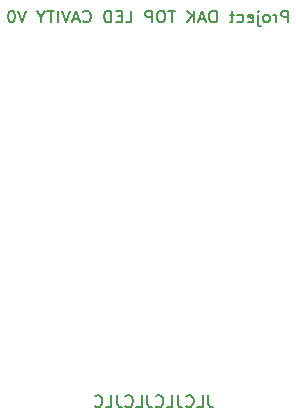
<source format=gbr>
%TF.GenerationSoftware,KiCad,Pcbnew,(5.1.6)-1*%
%TF.CreationDate,2025-07-06T20:35:27+05:30*%
%TF.ProjectId,Project_OAK_TOP_LED_CAVITY_V0,50726f6a-6563-4745-9f4f-414b5f544f50,A*%
%TF.SameCoordinates,Original*%
%TF.FileFunction,Legend,Bot*%
%TF.FilePolarity,Positive*%
%FSLAX46Y46*%
G04 Gerber Fmt 4.6, Leading zero omitted, Abs format (unit mm)*
G04 Created by KiCad (PCBNEW (5.1.6)-1) date 2025-07-06 20:35:27*
%MOMM*%
%LPD*%
G01*
G04 APERTURE LIST*
%ADD10C,0.150000*%
%ADD11C,0.160000*%
G04 APERTURE END LIST*
D10*
X75142147Y-110132880D02*
X75142147Y-110847166D01*
X75189766Y-110990023D01*
X75285004Y-111085261D01*
X75427861Y-111132880D01*
X75523100Y-111132880D01*
X74189766Y-111132880D02*
X74665957Y-111132880D01*
X74665957Y-110132880D01*
X73285004Y-111037642D02*
X73332623Y-111085261D01*
X73475480Y-111132880D01*
X73570719Y-111132880D01*
X73713576Y-111085261D01*
X73808814Y-110990023D01*
X73856433Y-110894785D01*
X73904052Y-110704309D01*
X73904052Y-110561452D01*
X73856433Y-110370976D01*
X73808814Y-110275738D01*
X73713576Y-110180500D01*
X73570719Y-110132880D01*
X73475480Y-110132880D01*
X73332623Y-110180500D01*
X73285004Y-110228119D01*
X72570719Y-110132880D02*
X72570719Y-110847166D01*
X72618338Y-110990023D01*
X72713576Y-111085261D01*
X72856433Y-111132880D01*
X72951671Y-111132880D01*
X71618338Y-111132880D02*
X72094528Y-111132880D01*
X72094528Y-110132880D01*
X70713576Y-111037642D02*
X70761195Y-111085261D01*
X70904052Y-111132880D01*
X70999290Y-111132880D01*
X71142147Y-111085261D01*
X71237385Y-110990023D01*
X71285004Y-110894785D01*
X71332623Y-110704309D01*
X71332623Y-110561452D01*
X71285004Y-110370976D01*
X71237385Y-110275738D01*
X71142147Y-110180500D01*
X70999290Y-110132880D01*
X70904052Y-110132880D01*
X70761195Y-110180500D01*
X70713576Y-110228119D01*
X69999290Y-110132880D02*
X69999290Y-110847166D01*
X70046909Y-110990023D01*
X70142147Y-111085261D01*
X70285004Y-111132880D01*
X70380242Y-111132880D01*
X69046909Y-111132880D02*
X69523100Y-111132880D01*
X69523100Y-110132880D01*
X68142147Y-111037642D02*
X68189766Y-111085261D01*
X68332623Y-111132880D01*
X68427861Y-111132880D01*
X68570719Y-111085261D01*
X68665957Y-110990023D01*
X68713576Y-110894785D01*
X68761195Y-110704309D01*
X68761195Y-110561452D01*
X68713576Y-110370976D01*
X68665957Y-110275738D01*
X68570719Y-110180500D01*
X68427861Y-110132880D01*
X68332623Y-110132880D01*
X68189766Y-110180500D01*
X68142147Y-110228119D01*
X67427861Y-110132880D02*
X67427861Y-110847166D01*
X67475480Y-110990023D01*
X67570719Y-111085261D01*
X67713576Y-111132880D01*
X67808814Y-111132880D01*
X66475480Y-111132880D02*
X66951671Y-111132880D01*
X66951671Y-110132880D01*
X65570719Y-111037642D02*
X65618338Y-111085261D01*
X65761195Y-111132880D01*
X65856433Y-111132880D01*
X65999290Y-111085261D01*
X66094528Y-110990023D01*
X66142147Y-110894785D01*
X66189766Y-110704309D01*
X66189766Y-110561452D01*
X66142147Y-110370976D01*
X66094528Y-110275738D01*
X65999290Y-110180500D01*
X65856433Y-110132880D01*
X65761195Y-110132880D01*
X65618338Y-110180500D01*
X65570719Y-110228119D01*
D11*
X81911933Y-78557380D02*
X81911933Y-77557380D01*
X81530980Y-77557380D01*
X81435742Y-77605000D01*
X81388123Y-77652619D01*
X81340504Y-77747857D01*
X81340504Y-77890714D01*
X81388123Y-77985952D01*
X81435742Y-78033571D01*
X81530980Y-78081190D01*
X81911933Y-78081190D01*
X80911933Y-78557380D02*
X80911933Y-77890714D01*
X80911933Y-78081190D02*
X80864314Y-77985952D01*
X80816695Y-77938333D01*
X80721457Y-77890714D01*
X80626219Y-77890714D01*
X80150028Y-78557380D02*
X80245266Y-78509761D01*
X80292885Y-78462142D01*
X80340504Y-78366904D01*
X80340504Y-78081190D01*
X80292885Y-77985952D01*
X80245266Y-77938333D01*
X80150028Y-77890714D01*
X80007171Y-77890714D01*
X79911933Y-77938333D01*
X79864314Y-77985952D01*
X79816695Y-78081190D01*
X79816695Y-78366904D01*
X79864314Y-78462142D01*
X79911933Y-78509761D01*
X80007171Y-78557380D01*
X80150028Y-78557380D01*
X79388123Y-77890714D02*
X79388123Y-78747857D01*
X79435742Y-78843095D01*
X79530980Y-78890714D01*
X79578600Y-78890714D01*
X79388123Y-77557380D02*
X79435742Y-77605000D01*
X79388123Y-77652619D01*
X79340504Y-77605000D01*
X79388123Y-77557380D01*
X79388123Y-77652619D01*
X78530980Y-78509761D02*
X78626219Y-78557380D01*
X78816695Y-78557380D01*
X78911933Y-78509761D01*
X78959552Y-78414523D01*
X78959552Y-78033571D01*
X78911933Y-77938333D01*
X78816695Y-77890714D01*
X78626219Y-77890714D01*
X78530980Y-77938333D01*
X78483361Y-78033571D01*
X78483361Y-78128809D01*
X78959552Y-78224047D01*
X77626219Y-78509761D02*
X77721457Y-78557380D01*
X77911933Y-78557380D01*
X78007171Y-78509761D01*
X78054790Y-78462142D01*
X78102409Y-78366904D01*
X78102409Y-78081190D01*
X78054790Y-77985952D01*
X78007171Y-77938333D01*
X77911933Y-77890714D01*
X77721457Y-77890714D01*
X77626219Y-77938333D01*
X77340504Y-77890714D02*
X76959552Y-77890714D01*
X77197647Y-77557380D02*
X77197647Y-78414523D01*
X77150028Y-78509761D01*
X77054790Y-78557380D01*
X76959552Y-78557380D01*
X75673838Y-77557380D02*
X75483361Y-77557380D01*
X75388123Y-77605000D01*
X75292885Y-77700238D01*
X75245266Y-77890714D01*
X75245266Y-78224047D01*
X75292885Y-78414523D01*
X75388123Y-78509761D01*
X75483361Y-78557380D01*
X75673838Y-78557380D01*
X75769076Y-78509761D01*
X75864314Y-78414523D01*
X75911933Y-78224047D01*
X75911933Y-77890714D01*
X75864314Y-77700238D01*
X75769076Y-77605000D01*
X75673838Y-77557380D01*
X74864314Y-78271666D02*
X74388123Y-78271666D01*
X74959552Y-78557380D02*
X74626219Y-77557380D01*
X74292885Y-78557380D01*
X73959552Y-78557380D02*
X73959552Y-77557380D01*
X73388123Y-78557380D02*
X73816695Y-77985952D01*
X73388123Y-77557380D02*
X73959552Y-78128809D01*
X72340504Y-77557380D02*
X71769076Y-77557380D01*
X72054790Y-78557380D02*
X72054790Y-77557380D01*
X71245266Y-77557380D02*
X71054790Y-77557380D01*
X70959552Y-77605000D01*
X70864314Y-77700238D01*
X70816695Y-77890714D01*
X70816695Y-78224047D01*
X70864314Y-78414523D01*
X70959552Y-78509761D01*
X71054790Y-78557380D01*
X71245266Y-78557380D01*
X71340504Y-78509761D01*
X71435742Y-78414523D01*
X71483361Y-78224047D01*
X71483361Y-77890714D01*
X71435742Y-77700238D01*
X71340504Y-77605000D01*
X71245266Y-77557380D01*
X70388123Y-78557380D02*
X70388123Y-77557380D01*
X70007171Y-77557380D01*
X69911933Y-77605000D01*
X69864314Y-77652619D01*
X69816695Y-77747857D01*
X69816695Y-77890714D01*
X69864314Y-77985952D01*
X69911933Y-78033571D01*
X70007171Y-78081190D01*
X70388123Y-78081190D01*
X68150028Y-78557380D02*
X68626219Y-78557380D01*
X68626219Y-77557380D01*
X67816695Y-78033571D02*
X67483361Y-78033571D01*
X67340504Y-78557380D02*
X67816695Y-78557380D01*
X67816695Y-77557380D01*
X67340504Y-77557380D01*
X66911933Y-78557380D02*
X66911933Y-77557380D01*
X66673838Y-77557380D01*
X66530980Y-77605000D01*
X66435742Y-77700238D01*
X66388123Y-77795476D01*
X66340504Y-77985952D01*
X66340504Y-78128809D01*
X66388123Y-78319285D01*
X66435742Y-78414523D01*
X66530980Y-78509761D01*
X66673838Y-78557380D01*
X66911933Y-78557380D01*
X64578600Y-78462142D02*
X64626219Y-78509761D01*
X64769076Y-78557380D01*
X64864314Y-78557380D01*
X65007171Y-78509761D01*
X65102409Y-78414523D01*
X65150028Y-78319285D01*
X65197647Y-78128809D01*
X65197647Y-77985952D01*
X65150028Y-77795476D01*
X65102409Y-77700238D01*
X65007171Y-77605000D01*
X64864314Y-77557380D01*
X64769076Y-77557380D01*
X64626219Y-77605000D01*
X64578600Y-77652619D01*
X64197647Y-78271666D02*
X63721457Y-78271666D01*
X64292885Y-78557380D02*
X63959552Y-77557380D01*
X63626219Y-78557380D01*
X63435742Y-77557380D02*
X63102409Y-78557380D01*
X62769076Y-77557380D01*
X62435742Y-78557380D02*
X62435742Y-77557380D01*
X62102409Y-77557380D02*
X61530980Y-77557380D01*
X61816695Y-78557380D02*
X61816695Y-77557380D01*
X61007171Y-78081190D02*
X61007171Y-78557380D01*
X61340504Y-77557380D02*
X61007171Y-78081190D01*
X60673838Y-77557380D01*
X59721457Y-77557380D02*
X59388123Y-78557380D01*
X59054790Y-77557380D01*
X58530980Y-77557380D02*
X58435742Y-77557380D01*
X58340504Y-77605000D01*
X58292885Y-77652619D01*
X58245266Y-77747857D01*
X58197647Y-77938333D01*
X58197647Y-78176428D01*
X58245266Y-78366904D01*
X58292885Y-78462142D01*
X58340504Y-78509761D01*
X58435742Y-78557380D01*
X58530980Y-78557380D01*
X58626219Y-78509761D01*
X58673838Y-78462142D01*
X58721457Y-78366904D01*
X58769076Y-78176428D01*
X58769076Y-77938333D01*
X58721457Y-77747857D01*
X58673838Y-77652619D01*
X58626219Y-77605000D01*
X58530980Y-77557380D01*
M02*

</source>
